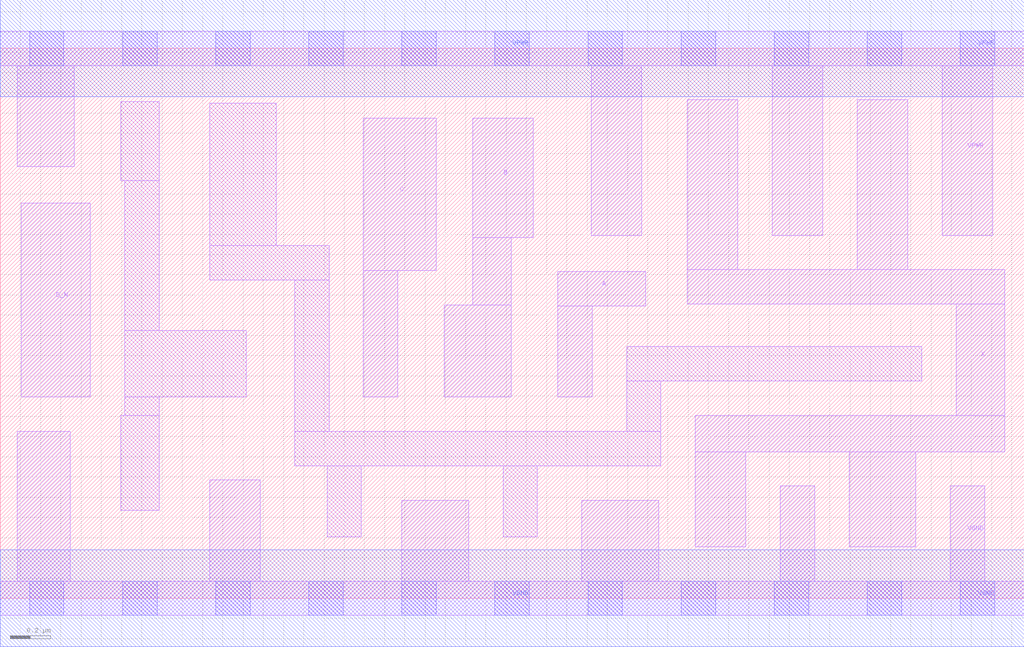
<source format=lef>
# Copyright 2020 The SkyWater PDK Authors
#
# Licensed under the Apache License, Version 2.0 (the "License");
# you may not use this file except in compliance with the License.
# You may obtain a copy of the License at
#
#     https://www.apache.org/licenses/LICENSE-2.0
#
# Unless required by applicable law or agreed to in writing, software
# distributed under the License is distributed on an "AS IS" BASIS,
# WITHOUT WARRANTIES OR CONDITIONS OF ANY KIND, either express or implied.
# See the License for the specific language governing permissions and
# limitations under the License.
#
# SPDX-License-Identifier: Apache-2.0

VERSION 5.7 ;
  NAMESCASESENSITIVE ON ;
  NOWIREEXTENSIONATPIN ON ;
  DIVIDERCHAR "/" ;
  BUSBITCHARS "[]" ;
UNITS
  DATABASE MICRONS 200 ;
END UNITS
MACRO sky130_fd_sc_hd__or4b_4
  CLASS CORE ;
  SOURCE USER ;
  FOREIGN sky130_fd_sc_hd__or4b_4 ;
  ORIGIN  0.000000  0.000000 ;
  SIZE  5.060000 BY  2.720000 ;
  SYMMETRY X Y R90 ;
  SITE unithd ;
  PIN A
    ANTENNAGATEAREA  0.247500 ;
    DIRECTION INPUT ;
    USE SIGNAL ;
    PORT
      LAYER li1 ;
        RECT 2.755000 0.995000 2.925000 1.445000 ;
        RECT 2.755000 1.445000 3.190000 1.615000 ;
    END
  END A
  PIN B
    ANTENNAGATEAREA  0.247500 ;
    DIRECTION INPUT ;
    USE SIGNAL ;
    PORT
      LAYER li1 ;
        RECT 2.195000 0.995000 2.525000 1.450000 ;
        RECT 2.335000 1.450000 2.525000 1.785000 ;
        RECT 2.335000 1.785000 2.635000 2.375000 ;
    END
  END B
  PIN C
    ANTENNAGATEAREA  0.247500 ;
    DIRECTION INPUT ;
    USE SIGNAL ;
    PORT
      LAYER li1 ;
        RECT 1.795000 0.995000 1.965000 1.620000 ;
        RECT 1.795000 1.620000 2.155000 2.375000 ;
    END
  END C
  PIN D_N
    ANTENNAGATEAREA  0.126000 ;
    DIRECTION INPUT ;
    USE SIGNAL ;
    PORT
      LAYER li1 ;
        RECT 0.105000 0.995000 0.445000 1.955000 ;
    END
  END D_N
  PIN X
    ANTENNADIFFAREA  0.891000 ;
    DIRECTION OUTPUT ;
    USE SIGNAL ;
    PORT
      LAYER li1 ;
        RECT 3.395000 1.455000 4.965000 1.625000 ;
        RECT 3.395000 1.625000 3.645000 2.465000 ;
        RECT 3.435000 0.255000 3.685000 0.725000 ;
        RECT 3.435000 0.725000 4.965000 0.905000 ;
        RECT 4.195000 0.255000 4.525000 0.725000 ;
        RECT 4.235000 1.625000 4.485000 2.465000 ;
        RECT 4.725000 0.905000 4.965000 1.455000 ;
    END
  END X
  PIN VGND
    DIRECTION INOUT ;
    SHAPE ABUTMENT ;
    USE GROUND ;
    PORT
      LAYER li1 ;
        RECT 0.000000 -0.085000 5.060000 0.085000 ;
        RECT 0.085000  0.085000 0.345000 0.825000 ;
        RECT 1.035000  0.085000 1.285000 0.585000 ;
        RECT 1.985000  0.085000 2.315000 0.485000 ;
        RECT 2.875000  0.085000 3.255000 0.485000 ;
        RECT 3.855000  0.085000 4.025000 0.555000 ;
        RECT 4.695000  0.085000 4.865000 0.555000 ;
      LAYER mcon ;
        RECT 0.145000 -0.085000 0.315000 0.085000 ;
        RECT 0.605000 -0.085000 0.775000 0.085000 ;
        RECT 1.065000 -0.085000 1.235000 0.085000 ;
        RECT 1.525000 -0.085000 1.695000 0.085000 ;
        RECT 1.985000 -0.085000 2.155000 0.085000 ;
        RECT 2.445000 -0.085000 2.615000 0.085000 ;
        RECT 2.905000 -0.085000 3.075000 0.085000 ;
        RECT 3.365000 -0.085000 3.535000 0.085000 ;
        RECT 3.825000 -0.085000 3.995000 0.085000 ;
        RECT 4.285000 -0.085000 4.455000 0.085000 ;
        RECT 4.745000 -0.085000 4.915000 0.085000 ;
      LAYER met1 ;
        RECT 0.000000 -0.240000 5.060000 0.240000 ;
    END
  END VGND
  PIN VPWR
    DIRECTION INOUT ;
    SHAPE ABUTMENT ;
    USE POWER ;
    PORT
      LAYER li1 ;
        RECT 0.000000 2.635000 5.060000 2.805000 ;
        RECT 0.085000 2.135000 0.365000 2.635000 ;
        RECT 2.920000 1.795000 3.170000 2.635000 ;
        RECT 3.815000 1.795000 4.065000 2.635000 ;
        RECT 4.655000 1.795000 4.905000 2.635000 ;
      LAYER mcon ;
        RECT 0.145000 2.635000 0.315000 2.805000 ;
        RECT 0.605000 2.635000 0.775000 2.805000 ;
        RECT 1.065000 2.635000 1.235000 2.805000 ;
        RECT 1.525000 2.635000 1.695000 2.805000 ;
        RECT 1.985000 2.635000 2.155000 2.805000 ;
        RECT 2.445000 2.635000 2.615000 2.805000 ;
        RECT 2.905000 2.635000 3.075000 2.805000 ;
        RECT 3.365000 2.635000 3.535000 2.805000 ;
        RECT 3.825000 2.635000 3.995000 2.805000 ;
        RECT 4.285000 2.635000 4.455000 2.805000 ;
        RECT 4.745000 2.635000 4.915000 2.805000 ;
      LAYER met1 ;
        RECT 0.000000 2.480000 5.060000 2.960000 ;
    END
  END VPWR
  OBS
    LAYER li1 ;
      RECT 0.595000 0.435000 0.785000 0.905000 ;
      RECT 0.595000 2.065000 0.785000 2.455000 ;
      RECT 0.615000 0.905000 0.785000 0.995000 ;
      RECT 0.615000 0.995000 1.215000 1.325000 ;
      RECT 0.615000 1.325000 0.785000 2.065000 ;
      RECT 1.035000 1.575000 1.625000 1.745000 ;
      RECT 1.035000 1.745000 1.365000 2.450000 ;
      RECT 1.455000 0.655000 3.265000 0.825000 ;
      RECT 1.455000 0.825000 1.625000 1.575000 ;
      RECT 1.615000 0.305000 1.785000 0.655000 ;
      RECT 2.485000 0.305000 2.655000 0.655000 ;
      RECT 3.095000 0.825000 3.265000 1.075000 ;
      RECT 3.095000 1.075000 4.555000 1.245000 ;
  END
END sky130_fd_sc_hd__or4b_4
END LIBRARY

</source>
